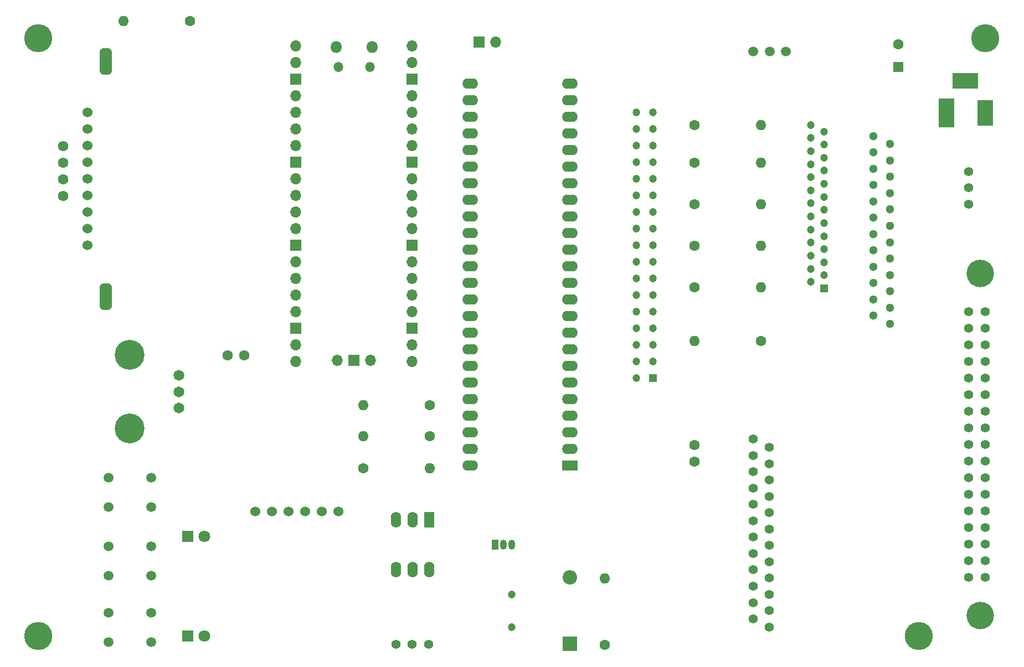
<source format=gbs>
%TF.GenerationSoftware,KiCad,Pcbnew,7.0.6*%
%TF.CreationDate,2023-07-16T08:24:51+09:00*%
%TF.ProjectId,FddPurserPcb,46646450-7572-4736-9572-5063622e6b69,R6*%
%TF.SameCoordinates,Original*%
%TF.FileFunction,Soldermask,Bot*%
%TF.FilePolarity,Negative*%
%FSLAX46Y46*%
G04 Gerber Fmt 4.6, Leading zero omitted, Abs format (unit mm)*
G04 Created by KiCad (PCBNEW 7.0.6) date 2023-07-16 08:24:51*
%MOMM*%
%LPD*%
G01*
G04 APERTURE LIST*
G04 Aperture macros list*
%AMRoundRect*
0 Rectangle with rounded corners*
0 $1 Rounding radius*
0 $2 $3 $4 $5 $6 $7 $8 $9 X,Y pos of 4 corners*
0 Add a 4 corners polygon primitive as box body*
4,1,4,$2,$3,$4,$5,$6,$7,$8,$9,$2,$3,0*
0 Add four circle primitives for the rounded corners*
1,1,$1+$1,$2,$3*
1,1,$1+$1,$4,$5*
1,1,$1+$1,$6,$7*
1,1,$1+$1,$8,$9*
0 Add four rect primitives between the rounded corners*
20,1,$1+$1,$2,$3,$4,$5,0*
20,1,$1+$1,$4,$5,$6,$7,0*
20,1,$1+$1,$6,$7,$8,$9,0*
20,1,$1+$1,$8,$9,$2,$3,0*%
G04 Aperture macros list end*
%ADD10C,1.500000*%
%ADD11R,1.800000X1.800000*%
%ADD12C,1.800000*%
%ADD13C,1.524000*%
%ADD14RoundRect,0.450000X-0.450000X1.550000X-0.450000X-1.550000X0.450000X-1.550000X0.450000X1.550000X0*%
%ADD15R,2.200000X2.200000*%
%ADD16O,2.200000X2.200000*%
%ADD17C,1.600000*%
%ADD18O,1.600000X1.600000*%
%ADD19R,2.400000X1.600000*%
%ADD20O,2.400000X1.600000*%
%ADD21R,1.050000X1.500000*%
%ADD22O,1.050000X1.500000*%
%ADD23C,1.400000*%
%ADD24C,4.200000*%
%ADD25R,1.200000X1.200000*%
%ADD26C,1.200000*%
%ADD27C,4.300000*%
%ADD28O,1.800000X1.800000*%
%ADD29O,1.500000X1.500000*%
%ADD30O,1.700000X1.700000*%
%ADD31R,1.700000X1.700000*%
%ADD32C,1.650000*%
%ADD33C,4.562000*%
%ADD34R,1.600000X1.600000*%
%ADD35R,2.460000X4.500000*%
%ADD36R,2.460000X4.000000*%
%ADD37R,4.000000X2.460000*%
%ADD38R,1.600000X2.400000*%
%ADD39O,1.600000X2.400000*%
%ADD40C,1.300000*%
G04 APERTURE END LIST*
D10*
%TO.C,S2*%
X75490000Y-123440000D03*
X81990000Y-123440000D03*
X75490000Y-127940000D03*
X81990000Y-127940000D03*
%TD*%
D11*
%TO.C,D3*%
X87630000Y-137160000D03*
D12*
X90170000Y-137160000D03*
%TD*%
D13*
%TO.C,LCD1*%
X72285000Y-57115000D03*
X72285000Y-59655000D03*
X72285000Y-62195000D03*
X72285000Y-64735000D03*
X72285000Y-67275000D03*
X72285000Y-69815000D03*
X72285000Y-72355000D03*
X72285000Y-74895000D03*
X72285000Y-77435000D03*
D14*
X75045000Y-49305000D03*
X75035000Y-85285000D03*
%TD*%
D15*
%TO.C,D1*%
X146050000Y-138390000D03*
D16*
X146050000Y-128230000D03*
%TD*%
D17*
%TO.C,R9*%
X165100000Y-77470000D03*
D18*
X175260000Y-77470000D03*
%TD*%
D19*
%TO.C,J6*%
X146050000Y-111125000D03*
D20*
X146050000Y-108585000D03*
X146050000Y-106045000D03*
X146050000Y-103505000D03*
X146050000Y-100965000D03*
X146050000Y-98425000D03*
X146050000Y-95885000D03*
X146050000Y-93345000D03*
X146050000Y-90805000D03*
X146050000Y-88265000D03*
X146050000Y-85725000D03*
X146050000Y-83185000D03*
X146050000Y-80645000D03*
X146050000Y-78105000D03*
X146050000Y-75565000D03*
X146050000Y-73025000D03*
X146050000Y-70485000D03*
X146050000Y-67945000D03*
X146050000Y-65405000D03*
X146050000Y-62865000D03*
X146050000Y-60325000D03*
X146050000Y-57785000D03*
X146050000Y-55245000D03*
X146050000Y-52705000D03*
X130810000Y-52705000D03*
X130810000Y-55245000D03*
X130810000Y-57785000D03*
X130810000Y-60325000D03*
X130810000Y-62865000D03*
X130810000Y-65405000D03*
X130810000Y-67945000D03*
X130810000Y-70485000D03*
X130810000Y-73025000D03*
X130810000Y-75565000D03*
X130810000Y-78105000D03*
X130810000Y-80645000D03*
X130810000Y-83185000D03*
X130810000Y-85725000D03*
X130810000Y-88265000D03*
X130810000Y-90805000D03*
X130810000Y-93345000D03*
X130810000Y-95885000D03*
X130810000Y-98425000D03*
X130810000Y-100965000D03*
X130810000Y-103505000D03*
X130810000Y-106045000D03*
X130810000Y-108585000D03*
X130810000Y-111125000D03*
%TD*%
D17*
%TO.C,R3*%
X124587000Y-106604000D03*
D18*
X114427000Y-106604000D03*
%TD*%
D10*
%TO.C,S1*%
X75490000Y-112990000D03*
X81990000Y-112990000D03*
X75490000Y-117490000D03*
X81990000Y-117490000D03*
%TD*%
%TO.C,S3*%
X75490000Y-133600000D03*
X81990000Y-133600000D03*
X75490000Y-138100000D03*
X81990000Y-138100000D03*
%TD*%
D21*
%TO.C,Q1*%
X134620000Y-123190000D03*
D22*
X135890000Y-123190000D03*
X137160000Y-123190000D03*
%TD*%
D23*
%TO.C,J1*%
X207010000Y-87590000D03*
X209550000Y-87590000D03*
X207010000Y-90130000D03*
X209550000Y-90130000D03*
X207010000Y-92670000D03*
X209550000Y-92670000D03*
X207010000Y-95210000D03*
X209550000Y-95210000D03*
X207010000Y-97750000D03*
X209550000Y-97750000D03*
X207010000Y-100290000D03*
X209550000Y-100290000D03*
X207010000Y-102830000D03*
X209550000Y-102830000D03*
X207010000Y-105370000D03*
X209550000Y-105370000D03*
X207010000Y-107910000D03*
X209550000Y-107910000D03*
X207010000Y-110450000D03*
X209550000Y-110450000D03*
X207010000Y-112990000D03*
X209550000Y-112990000D03*
X207010000Y-115530000D03*
X209550000Y-115530000D03*
X207010000Y-118070000D03*
X209550000Y-118070000D03*
X207010000Y-120610000D03*
X209550000Y-120610000D03*
X207010000Y-123150000D03*
X209550000Y-123150000D03*
X207010000Y-125690000D03*
X209550000Y-125690000D03*
X207010000Y-128230000D03*
X209550000Y-128230000D03*
D24*
X208790000Y-134060000D03*
X208790000Y-81760000D03*
%TD*%
D23*
%TO.C,S5*%
X124420000Y-138430000D03*
X121920000Y-138430000D03*
X119420000Y-138430000D03*
%TD*%
D17*
%TO.C,R4*%
X124587000Y-101854000D03*
D18*
X114427000Y-101854000D03*
%TD*%
D25*
%TO.C,J2*%
X158750000Y-97750000D03*
D26*
X156210000Y-97750000D03*
X158750000Y-95210000D03*
X156210000Y-95210000D03*
X158750000Y-92670000D03*
X156210000Y-92670000D03*
X158750000Y-90130000D03*
X156210000Y-90130000D03*
X158750000Y-87590000D03*
X156210000Y-87590000D03*
X158750000Y-85050000D03*
X156210000Y-85050000D03*
X158750000Y-82510000D03*
X156210000Y-82510000D03*
X158750000Y-79970000D03*
X156210000Y-79970000D03*
X158750000Y-77430000D03*
X156210000Y-77430000D03*
X158750000Y-74890000D03*
X156210000Y-74890000D03*
X158750000Y-72350000D03*
X156210000Y-72350000D03*
X158750000Y-69810000D03*
X156210000Y-69810000D03*
X158750000Y-67270000D03*
X156210000Y-67270000D03*
X158750000Y-64730000D03*
X156210000Y-64730000D03*
X158750000Y-62190000D03*
X156210000Y-62190000D03*
X158750000Y-59650000D03*
X156210000Y-59650000D03*
X158750000Y-57110000D03*
X156210000Y-57110000D03*
%TD*%
D25*
%TO.C,J4*%
X184880000Y-84010000D03*
D26*
X182880000Y-83010000D03*
X184880000Y-82010000D03*
X182880000Y-81010000D03*
X184880000Y-80010000D03*
X182880000Y-79010000D03*
X184880000Y-78010000D03*
X182880000Y-77010000D03*
X184880000Y-76010000D03*
X182880000Y-75010000D03*
X184880000Y-74010000D03*
X182880000Y-73010000D03*
X184880000Y-72010000D03*
X182880000Y-71010000D03*
X184880000Y-70010000D03*
X182880000Y-69010000D03*
X184880000Y-68010000D03*
X182880000Y-67010000D03*
X184880000Y-66010000D03*
X182880000Y-65010000D03*
X184880000Y-64010000D03*
X182880000Y-63010000D03*
X184880000Y-62010000D03*
X182880000Y-61010000D03*
X184880000Y-60010000D03*
X182880000Y-59010000D03*
%TD*%
D13*
%TO.C,U3*%
X110600000Y-118160000D03*
X108060000Y-118160000D03*
X105520000Y-118160000D03*
X102980000Y-118160000D03*
X100440000Y-118160000D03*
X97900000Y-118160000D03*
%TD*%
D27*
%TO.C,H3*%
X199390000Y-137160000D03*
%TD*%
D17*
%TO.C,C3*%
X68580000Y-69850000D03*
X68580000Y-67310000D03*
%TD*%
D28*
%TO.C,U1*%
X110305000Y-47080000D03*
D29*
X110605000Y-50110000D03*
X115455000Y-50110000D03*
D28*
X115755000Y-47080000D03*
D30*
X104140000Y-46950000D03*
X104140000Y-49490000D03*
D31*
X104140000Y-52030000D03*
D30*
X104140000Y-54570000D03*
X104140000Y-57110000D03*
X104140000Y-59650000D03*
X104140000Y-62190000D03*
D31*
X104140000Y-64730000D03*
D30*
X104140000Y-67270000D03*
X104140000Y-69810000D03*
X104140000Y-72350000D03*
X104140000Y-74890000D03*
D31*
X104140000Y-77430000D03*
D30*
X104140000Y-79970000D03*
X104140000Y-82510000D03*
X104140000Y-85050000D03*
X104140000Y-87590000D03*
D31*
X104140000Y-90130000D03*
D30*
X104140000Y-92670000D03*
X104140000Y-95210000D03*
X121920000Y-95210000D03*
X121920000Y-92670000D03*
D31*
X121920000Y-90130000D03*
D30*
X121920000Y-87590000D03*
X121920000Y-85050000D03*
X121920000Y-82510000D03*
X121920000Y-79970000D03*
D31*
X121920000Y-77430000D03*
D30*
X121920000Y-74890000D03*
X121920000Y-72350000D03*
X121920000Y-69810000D03*
X121920000Y-67270000D03*
D31*
X121920000Y-64730000D03*
D30*
X121920000Y-62190000D03*
X121920000Y-59650000D03*
X121920000Y-57110000D03*
X121920000Y-54570000D03*
D31*
X121920000Y-52030000D03*
D30*
X121920000Y-49490000D03*
X121920000Y-46950000D03*
X110490000Y-94980000D03*
D31*
X113030000Y-94980000D03*
D30*
X115570000Y-94980000D03*
%TD*%
D17*
%TO.C,R5*%
X87950000Y-43100000D03*
D18*
X77790000Y-43100000D03*
%TD*%
D32*
%TO.C,U2*%
X86240000Y-102310000D03*
X86240000Y-97310000D03*
X86240000Y-99810000D03*
D33*
X78740000Y-105410000D03*
X78740000Y-94210000D03*
%TD*%
D23*
%TO.C,J5*%
X176530000Y-135810000D03*
X174030000Y-134560000D03*
X176530000Y-133310000D03*
X174030000Y-132060000D03*
X176530000Y-130810000D03*
X174030000Y-129560000D03*
X176530000Y-128310000D03*
X174030000Y-127060000D03*
X176530000Y-125810000D03*
X174030000Y-124560000D03*
X176530000Y-123310000D03*
X174030000Y-122060000D03*
X176530000Y-120810000D03*
X174030000Y-119560000D03*
X176530000Y-118310000D03*
X174030000Y-117060000D03*
X176530000Y-115810000D03*
X174030000Y-114560000D03*
X176530000Y-113310000D03*
X174030000Y-112060000D03*
X176530000Y-110810000D03*
X174030000Y-109560000D03*
X176530000Y-108310000D03*
X174030000Y-107060000D03*
%TD*%
D34*
%TO.C,C5*%
X196215000Y-50165000D03*
D17*
X196215000Y-46665000D03*
%TD*%
D26*
%TO.C,LS1*%
X137160000Y-135810000D03*
X137160000Y-130810000D03*
%TD*%
D27*
%TO.C,H1*%
X64770000Y-45720000D03*
%TD*%
D17*
%TO.C,C4*%
X165100000Y-107950000D03*
X165100000Y-110490000D03*
%TD*%
%TO.C,R7*%
X165100000Y-64770000D03*
D18*
X175260000Y-64770000D03*
%TD*%
D35*
%TO.C,J7*%
X203550000Y-57150000D03*
D36*
X209550000Y-57150000D03*
D37*
X206500000Y-52250000D03*
%TD*%
D17*
%TO.C,R8*%
X165100000Y-71120000D03*
D18*
X175260000Y-71120000D03*
%TD*%
D27*
%TO.C,H2*%
X64770000Y-137160000D03*
%TD*%
D31*
%TO.C,JP1*%
X132100000Y-46330000D03*
D30*
X134640000Y-46330000D03*
%TD*%
D17*
%TO.C,R11*%
X175260000Y-92075000D03*
D18*
X165100000Y-92075000D03*
%TD*%
D17*
%TO.C,R1*%
X151330000Y-138570000D03*
D18*
X151330000Y-128410000D03*
%TD*%
D27*
%TO.C,H4*%
X209550000Y-45720000D03*
%TD*%
D23*
%TO.C,S4*%
X207010000Y-71120000D03*
X207010000Y-68620000D03*
X207010000Y-66120000D03*
%TD*%
D17*
%TO.C,R6*%
X165100000Y-59055000D03*
D18*
X175260000Y-59055000D03*
%TD*%
D17*
%TO.C,R10*%
X165100000Y-83820000D03*
D18*
X175260000Y-83820000D03*
%TD*%
D10*
%TO.C,J8*%
X179070000Y-47752000D03*
X176570000Y-47752000D03*
X174070000Y-47752000D03*
%TD*%
D17*
%TO.C,C2*%
X68580000Y-64750000D03*
X68580000Y-62210000D03*
%TD*%
%TO.C,C1*%
X96246000Y-94234000D03*
X93706000Y-94234000D03*
%TD*%
D38*
%TO.C,U4*%
X124470000Y-119390000D03*
D39*
X121930000Y-119390000D03*
X119390000Y-119390000D03*
X119390000Y-127010000D03*
X121930000Y-127010000D03*
X124470000Y-127010000D03*
%TD*%
D11*
%TO.C,D2*%
X87630000Y-121920000D03*
D12*
X90170000Y-121920000D03*
%TD*%
D17*
%TO.C,R2*%
X114427000Y-111506000D03*
D18*
X124587000Y-111506000D03*
%TD*%
D40*
%TO.C,J3*%
X192445000Y-60690000D03*
X194945000Y-61940000D03*
X192445000Y-63190000D03*
X194945000Y-64440000D03*
X192445000Y-65690000D03*
X194945000Y-66940000D03*
X192445000Y-68190000D03*
X194945000Y-69440000D03*
X192445000Y-70690000D03*
X194945000Y-71940000D03*
X192445000Y-73190000D03*
X194945000Y-74440000D03*
X192445000Y-75690000D03*
X194945000Y-76940000D03*
X192445000Y-78190000D03*
X194945000Y-79440000D03*
X192445000Y-80690000D03*
X194945000Y-81940000D03*
X192445000Y-83190000D03*
X194945000Y-84440000D03*
X192445000Y-85690000D03*
X194945000Y-86940000D03*
X192445000Y-88190000D03*
X194945000Y-89440000D03*
%TD*%
M02*

</source>
